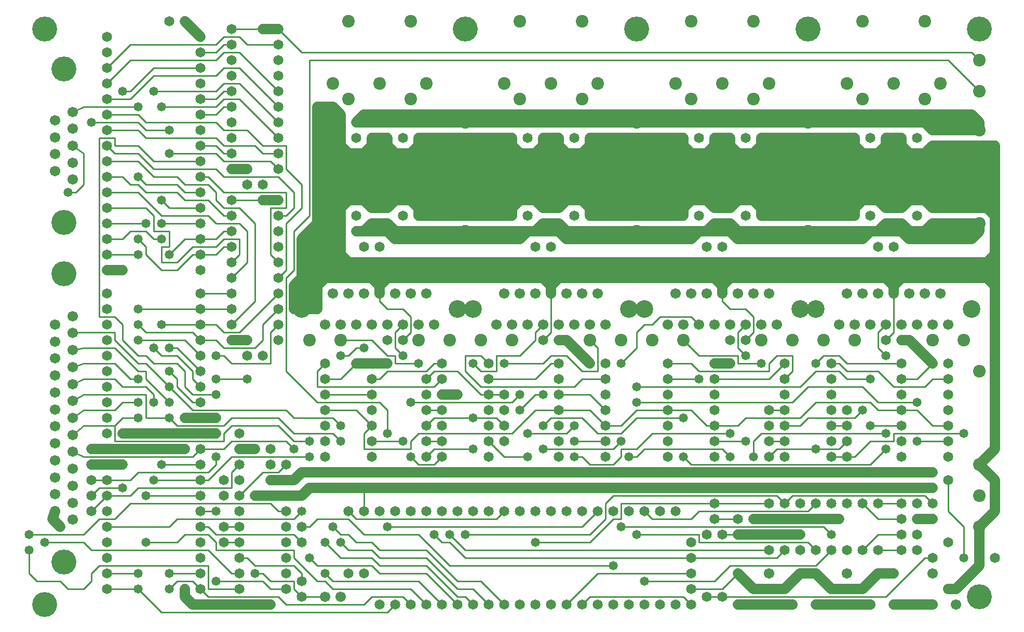
<source format=gbl>
%MOIN*%
%FSLAX25Y25*%
G04 D10 used for Character Trace; *
G04     Circle (OD=.01000) (No hole)*
G04 D11 used for Power Trace; *
G04     Circle (OD=.06500) (No hole)*
G04 D12 used for Signal Trace; *
G04     Circle (OD=.01100) (No hole)*
G04 D13 used for Via; *
G04     Circle (OD=.05800) (Round. Hole ID=.02800)*
G04 D14 used for Component hole; *
G04     Circle (OD=.06500) (Round. Hole ID=.03500)*
G04 D15 used for Component hole; *
G04     Circle (OD=.06700) (Round. Hole ID=.04300)*
G04 D16 used for Component hole; *
G04     Circle (OD=.08100) (Round. Hole ID=.05100)*
G04 D17 used for Component hole; *
G04     Circle (OD=.08900) (Round. Hole ID=.05900)*
G04 D18 used for Component hole; *
G04     Circle (OD=.11300) (Round. Hole ID=.08300)*
G04 D19 used for Component hole; *
G04     Circle (OD=.16000) (Round. Hole ID=.13000)*
G04 D20 used for Component hole; *
G04     Circle (OD=.18300) (Round. Hole ID=.15300)*
G04 D21 used for Component hole; *
G04     Circle (OD=.22291) (Round. Hole ID=.19291)*
%ADD10C,.01000*%
%ADD11C,.06500*%
%ADD12C,.01100*%
%ADD13C,.05800*%
%ADD14C,.06500*%
%ADD15C,.06700*%
%ADD16C,.08100*%
%ADD17C,.08900*%
%ADD18C,.11300*%
%ADD19C,.16000*%
%ADD20C,.18300*%
%ADD21C,.22291*%
%IPPOS*%
%LPD*%
G90*X0Y0D02*D19*X15000Y10000D03*D12*              
X30000Y20000D02*X25000Y25000D01*X30000Y20000D02*  
X40000D01*X45000Y25000D01*Y30000D01*              
X50000Y35000D01*X120000D01*Y20000D01*X140000D01*  
D14*D03*D13*X150000Y30000D03*D12*X155000D01*      
X160000Y25000D01*X175000D01*Y20000D01*            
X180000Y15000D01*D14*D03*D12*X195000D01*D15*D03*  
D12*X200000Y20000D02*X250000D01*X260000Y10000D01* 
D14*D03*X270000D03*D12*X255000Y25000D01*          
X200000D01*X195000Y30000D01*D13*D03*D12*          
X190000Y35000D02*X225000D01*X230000Y30000D01*     
X260000D01*X280000Y10000D01*D14*D03*D12*          
X290000D02*X285000Y15000D01*D14*X290000Y10000D03* 
D12*X280000Y15000D02*X285000D01*X280000D02*       
X260000Y35000D01*X230000D01*X225000Y40000D01*     
X205000D01*X195000Y50000D01*D13*D03*D12*          
X180000Y60000D02*X185000D01*D14*X180000D03*D12*   
X100000Y65000D02*X175000D01*X95000Y60000D02*      
X100000Y65000D01*X55000Y60000D02*X95000D01*D14*   
X55000D03*D12*X50000Y65000D02*X60000D01*          
X40000Y55000D02*X50000Y65000D01*X5000Y55000D02*   
X40000D01*D13*X5000D03*X15000Y50000D03*D12*       
X40000D01*X45000Y45000D01*X120000D01*             
X135000Y30000D01*X140000D01*D14*D03*D12*          
X150000Y35000D02*X145000Y40000D01*                
X150000Y35000D02*X175000D01*X180000Y30000D01*     
Y25000D01*D14*D03*D12*X190000Y35000D02*           
X185000Y40000D01*D13*D03*D12*X175000D02*Y45000D01*
X190000Y25000D02*X175000Y40000D01*                
X190000Y25000D02*X195000D01*X200000Y20000D01*D15* 
X205000Y15000D03*D14*X210000Y30000D03*D12*        
X170000Y10000D02*X220000D01*X170000D02*           
X165000Y15000D01*X120000D01*X115000Y20000D01*D14* 
D03*D12*X110000Y25000D01*X100000D01*              
X95000Y20000D01*D13*D03*D11*X110000Y10000D02*     
X105000Y15000D01*X110000Y10000D02*X160000D01*D13* 
D03*D14*X170000Y20000D03*D12*X160000D01*          
X155000Y25000D01*X125000D01*D13*D03*D14*          
X115000Y30000D03*D12*X95000D01*D13*D03*           
X105000Y20000D03*D11*Y15000D01*D12*X90000Y5000D02*
X235000D01*X240000Y10000D01*D14*D03*D12*          
X250000D02*X245000Y15000D01*D14*X250000Y10000D03* 
D12*X225000Y15000D02*X245000D01*X220000Y10000D02* 
X225000Y15000D01*D14*X230000Y10000D03*            
X220000Y30000D03*D12*X230000Y40000D02*X260000D01* 
X280000Y20000D01*X290000D01*X300000Y10000D01*D14* 
D03*X310000D03*D12*X295000Y25000D01*X280000D01*   
X260000Y45000D01*X230000D01*X225000Y50000D01*     
X215000D01*X210000Y55000D01*X205000D01*           
X200000Y60000D01*D13*D03*D14*X210000Y70000D03*D12*
X215000Y65000D01*X305000D01*X310000Y70000D01*D14* 
D03*X320000D03*X300000D03*X320000Y85000D03*D11*   
X290000D01*D13*D03*D11*X280000D01*D14*D03*D11*    
X220000D01*D12*Y70000D01*D14*D03*X230000D03*D12*  
X220000Y55000D02*X210000Y65000D01*                
X220000Y55000D02*X255000D01*X275000Y35000D01*     
X380000D01*D13*D03*D12*X350000Y10000D02*          
X370000Y30000D01*D14*X350000Y10000D03*X360000D03* 
D12*X365000Y15000D01*X425000D01*X430000Y10000D01* 
D14*D03*Y20000D03*D12*X450000D01*X460000Y30000D01*
D14*D03*D11*X470000Y20000D01*X490000D01*D15*D03*  
D11*X500000Y30000D01*X510000D01*D14*D03*D11*      
X520000Y20000D01*X540000D01*D15*D03*D11*          
X550000Y30000D01*X560000D01*D14*D03*              
X575000Y45000D03*X565000D03*D12*X550000D01*D14*   
D03*D12*X540000D02*X550000Y55000D01*D14*          
X540000Y45000D03*D12*X550000Y55000D02*X565000D01* 
D14*D03*X575000Y65000D03*D11*X585000D01*D14*D03*  
X575000Y75000D03*Y55000D03*X585000Y75000D03*D12*  
X580000Y80000D01*X495000D01*X490000Y75000D01*D14* 
D03*D12*X485000Y80000D01*X380000D01*              
X375000Y75000D01*Y65000D01*X365000Y55000D01*      
X285000D01*D13*D03*X275000D03*D12*                
X285000Y45000D01*X480000D01*D14*D03*D12*          
X430000Y40000D02*X485000D01*D14*X430000D03*D12*   
X285000D01*X275000Y50000D01*X270000D01*           
X265000Y55000D01*D13*D03*D14*X280000Y70000D03*    
X250000D03*X270000D03*X260000D03*X240000D03*      
X290000D03*D13*X235000Y60000D03*D12*X360000D01*   
X370000Y70000D01*D14*D03*D12*X365000Y50000D02*    
X380000Y65000D01*X330000Y50000D02*X365000D01*D13* 
X330000D03*D14*X350000Y70000D03*X340000D03*       
X330000D03*X360000D03*X365000Y85000D03*D11*       
X345000D01*D13*D03*D11*X320000D01*D14*Y95000D03*  
D11*X280000D01*D14*D03*D11*X215000D01*D14*D03*D11*
X180000D01*X175000Y90000D01*X170000D01*D14*D03*   
D11*X160000D01*D13*D03*D12*X155000Y95000D02*      
X165000D01*X140000Y80000D02*X155000Y95000D01*D14* 
X140000Y80000D03*D12*X75000Y85000D02*X135000D01*  
X70000Y80000D02*X75000Y85000D01*X55000Y80000D02*  
X70000D01*D14*X55000D03*D12*X45000Y70000D01*D14*  
D03*D15*X33100Y75400D03*D14*X55000Y70000D03*      
X45000Y80000D03*D12*X50000Y85000D01*X65000D01*D13*
D03*D12*X55000Y90000D02*X70000D01*D14*X55000D03*  
D12*X45000D01*D14*D03*X55000Y100000D03*D11*       
X45000D01*D14*D03*D12*X40000Y105000D02*X110000D01*
X115000Y110000D01*D14*D03*D12*X130000D01*         
X135000Y115000D01*X170000D01*X175000Y110000D01*   
D13*D03*D12*Y115000D02*X185000D01*D13*D03*D14*    
X195000Y105000D03*Y125000D03*D12*                 
X175000Y120000D02*X200000D01*X205000Y115000D01*   
D13*D03*Y125000D03*D12*X200000Y130000D01*         
X175000D01*X170000Y135000D01*X110000D01*          
X95000Y150000D01*D13*D03*D12*X80000Y165000D01*    
X75000D01*X60000Y180000D01*Y185000D01*X40000D01*  
X33100Y184600D01*D15*D03*Y195400D03*Y173700D03*   
D12*X40000Y175000D01*X60000D01*X75000Y160000D01*  
X80000D01*Y155000D01*X95000Y140000D01*D13*D03*    
X105000Y130000D03*D11*X115000D01*D14*D03*D11*     
X125000D01*D14*D03*D12*X100000Y125000D02*         
X130000D01*X100000D02*X95000Y130000D01*D13*D03*   
D12*X80000D01*Y145000D01*X40000D01*               
X33100Y140900D01*D15*D03*D12*Y130000D02*          
X40000Y135000D01*D15*X33100Y130000D03*D12*        
Y119100D02*X40000Y125000D01*D15*X33100Y119100D03* 
D12*X40000Y125000D02*X60000D01*Y115000D01*        
X130000D01*Y120000D01*X135000Y125000D01*          
X165000D01*X175000Y115000D01*Y120000D02*          
X165000Y130000D01*X135000D01*X130000Y125000D01*   
D14*X125000Y120000D03*D11*X115000D01*D14*D03*D11* 
X65000D01*D13*D03*D12*X60000Y125000D02*           
X65000Y130000D01*X75000D01*D13*D03*               
X85000Y140000D03*D12*Y145000D01*X80000Y150000D01* 
X65000D01*X60000Y155000D01*X40000D01*             
X33100Y151800D01*D15*D03*X21800Y135400D03*D12*    
X33100Y162800D02*X40000Y165000D01*D15*            
X33100Y162800D03*D12*X40000Y165000D02*X60000D01*  
X70000Y155000D01*X75000D01*D13*D03*D12*           
X85000Y165000D02*X100000D01*X105000Y160000D01*    
Y150000D01*X110000Y145000D01*X125000D01*D13*D03*  
D14*X115000Y150000D03*D12*X110000Y155000D01*      
Y160000D01*X100000Y170000D01*X90000D01*           
X85000Y175000D01*D13*D03*D12*Y165000D02*          
X80000Y170000D01*X75000D01*X65000Y180000D01*      
Y190000D01*X60000Y195000D01*X50000D01*Y310000D01* 
X60000D01*Y305000D01*X75000D01*X85000Y295000D01*  
X115000D01*D14*D03*D12*X130000Y300000D02*         
X125000Y305000D01*X130000Y300000D02*X135000D01*   
D14*D03*D12*X130000Y305000D02*X150000D01*         
X155000Y300000D01*X165000D01*D14*D03*D12*         
X170000Y290000D02*Y305000D01*X180000Y280000D02*   
X170000Y290000D01*X180000Y265000D02*Y280000D01*   
X170000Y255000D02*X180000Y265000D01*              
X170000Y225000D02*Y255000D01*X165000Y220000D02*   
X170000Y225000D01*D14*X165000Y220000D03*D12*      
X170000Y160000D02*Y220000D01*X190000Y140000D02*   
X170000Y160000D01*X190000Y140000D02*X230000D01*   
X235000Y135000D01*Y120000D01*D13*D03*             
X245000Y115000D03*D12*X225000D01*D14*D03*D12*     
X220000Y110000D02*Y120000D01*Y110000D02*          
X250000D01*Y115000D01*X255000Y120000D01*          
X315000D01*X330000Y135000D01*X345000D01*D14*D03*  
D12*X365000D01*X375000Y125000D01*D14*D03*D12*     
X385000D01*X395000Y135000D01*X415000D01*D14*D03*  
D12*X430000D01*X440000Y125000D01*X445000D01*D14*  
D03*D12*X460000D01*X465000Y130000D01*X500000D01*  
X510000Y140000D01*X545000D01*X550000Y135000D01*   
X565000D01*D14*D03*D12*X575000D01*                
X585000Y125000D01*X595000D01*D14*D03*D13*         
X605000Y120000D03*D12*X560000D01*Y115000D01*      
X545000D01*X535000Y105000D01*X530000D01*D14*D03*  
D12*X520000D01*D14*D03*D12*X510000Y110000D02*     
X525000D01*D13*X510000D03*D12*X485000D01*         
X480000Y105000D01*D14*D03*X490000Y115000D03*D12*  
X480000D01*D14*D03*D12*X470000D02*                
X475000Y120000D01*X470000Y105000D02*Y115000D01*   
D13*Y105000D03*Y95000D03*D11*X435000D01*D14*D03*  
D11*X365000D01*D14*D03*D11*X320000D01*D12*        
X310000Y105000D02*X325000D01*D13*D03*             
X335000Y110000D03*D12*X380000D01*                 
X385000Y115000D01*D13*D03*D12*X370000Y120000D02*  
X385000D01*X370000D02*X360000Y130000D01*          
X340000D01*X335000Y125000D01*D13*D03*D14*         
X345000Y115000D03*Y125000D03*D13*                 
X325000Y120000D03*D12*X350000D01*                 
X355000Y125000D01*D13*D03*Y115000D03*D12*         
X375000D01*D14*D03*D12*X380000Y100000D02*         
X385000Y105000D01*X365000Y100000D02*X380000D01*   
X365000D02*X360000Y105000D01*X355000D01*D13*D03*  
D14*X345000D03*X375000D03*D11*X365000Y85000D02*   
X405000D01*D13*D03*D11*X415000D01*D13*D03*D11*    
X435000D01*D14*D03*D11*X460000D01*D13*D03*D11*    
X500000D01*D14*D03*D11*X565000D01*D13*D03*D11*    
X585000D01*D14*D03*Y95000D03*D11*X500000D01*D14*  
D03*D11*X470000D01*D13*X455000Y105000D03*D12*     
X450000Y110000D01*X400000D01*X395000Y105000D01*   
X390000D01*D13*D03*D12*X385000Y110000D02*         
X395000D01*X385000Y105000D02*Y110000D01*          
X395000D02*X405000Y120000D01*X455000D01*D13*D03*  
X465000Y115000D03*D12*X445000D01*D14*D03*         
Y105000D03*D12*X430000Y100000D02*X545000D01*      
X555000Y110000D01*D13*D03*D14*X565000Y105000D03*  
D13*X555000Y120000D03*D12*X475000D01*D14*         
X480000Y125000D03*X490000Y105000D03*Y135000D03*   
D12*X480000D01*D14*D03*X490000Y125000D03*D12*     
X500000D01*X505000Y130000D01*X535000D01*          
X540000Y135000D01*D13*D03*D14*X530000Y125000D03*  
D12*X520000D01*D14*D03*X530000Y115000D03*D12*     
X525000Y110000D01*D14*X520000Y115000D03*D13*      
X545000Y125000D03*D12*X565000D01*D14*D03*D13*     
X575000Y115000D03*D12*X595000D01*D14*D03*         
Y105000D03*D16*X615000Y100000D03*D11*             
X625000Y90000D01*Y70000D01*X615000Y60000D01*D16*  
D03*D11*Y40000D01*D14*D03*D11*Y35000D01*          
X600000Y20000D01*X595000D01*D15*D03*              
X585000Y30000D03*Y10000D03*D11*X575000D01*D15*D03*
D11*X560000D01*D14*D03*D12*X450000Y15000D02*      
X555000D01*D14*X450000D03*D12*X440000D01*D14*D03* 
D12*X400000Y25000D02*X445000D01*D13*X400000D03*   
D14*X390000Y10000D03*X400000D03*X410000D03*       
X420000D03*X380000D03*D12*X370000Y30000D02*       
X430000D01*D14*D03*D12*X445000Y25000D02*          
X455000Y35000D01*X510000D01*X520000Y45000D01*D14* 
D03*X530000D03*D13*X520000Y55000D03*D12*          
X515000Y60000D01*X385000D01*D13*D03*D12*          
X380000Y65000D02*X385000D01*Y75000D01*X445000D01* 
D14*D03*D12*X480000D01*D14*D03*X470000Y65000D03*  
D11*X525000D01*D13*D03*D14*X530000Y75000D03*      
X520000D03*X510000D03*D12*X505000Y70000D01*       
X435000D01*X430000Y65000D01*X405000D01*           
X400000Y70000D01*D14*D03*X410000D03*X390000D03*   
D13*X395000Y55000D03*D12*X435000D01*Y50000D01*    
X505000D01*X510000Y45000D01*D14*D03*D13*          
X500000Y55000D03*D11*X460000D01*D13*D03*D12*      
X450000D01*D14*D03*X460000Y65000D03*D12*          
X445000D01*D14*D03*X440000Y55000D03*              
X430000Y50000D03*X420000Y70000D03*D15*            
X480000Y30000D03*D12*X430000Y100000D02*           
X425000Y105000D01*D13*D03*D14*X415000Y115000D03*  
Y105000D03*Y125000D03*D13*X425000Y130000D03*D12*  
X395000D01*X385000Y120000D01*D14*                 
X375000Y135000D03*D12*X365000Y145000D01*          
X345000D01*D14*D03*Y155000D03*D13*                
X335000Y145000D03*D12*X330000D01*                 
X320000Y135000D01*D13*D03*D12*X250000Y140000D02*  
X315000D01*D13*X250000D03*D14*X260000Y135000D03*  
D12*X270000D01*D14*D03*D12*X260000Y125000D02*     
X265000Y130000D01*D14*X260000Y125000D03*D12*      
X265000Y130000D02*X290000D01*D13*D03*D12*         
X305000D01*X310000Y125000D01*D14*D03*             
X300000Y135000D03*Y115000D03*D12*                 
X310000Y105000D01*D14*Y115000D03*                 
X300000Y105000D03*D13*X290000Y110000D03*D12*      
X265000D01*X260000Y105000D01*D14*D03*D12*         
X255000Y100000D02*X265000D01*X255000D02*          
X250000Y105000D01*D13*D03*D14*X260000Y115000D03*  
D12*X270000D01*D14*D03*Y125000D03*Y105000D03*D12* 
X265000Y100000D01*D14*X300000Y125000D03*          
X225000Y135000D03*Y125000D03*D12*                 
X220000Y120000D01*X225000Y125000D02*              
X215000Y135000D01*X195000D01*D14*D03*Y145000D03*  
D12*X225000D01*D14*D03*D12*Y155000D02*X230000D01* 
D14*X225000D03*D12*X230000D02*X235000Y160000D01*  
X260000D01*X265000Y165000D01*X270000D01*D14*D03*  
D12*X260000Y155000D02*X265000Y160000D01*D14*      
X260000Y155000D03*D12*X190000Y150000D02*          
X265000D01*X190000D02*Y160000D01*                 
X195000Y165000D01*D14*D03*D12*Y155000D02*         
X205000D01*D14*X195000D03*D12*X205000D02*         
X215000Y165000D01*D13*D03*D11*X225000D01*D14*D03* 
D11*X235000D01*D13*D03*D12*X240000D02*Y170000D01* 
Y165000D02*X255000D01*D13*D03*D12*                
X265000Y160000D02*X280000D01*X295000Y145000D01*   
X300000D01*D14*D03*D12*X310000D01*D14*D03*D12*    
X315000Y140000D02*X320000Y145000D01*D13*D03*D12*  
X300000Y155000D02*X330000D01*D14*X300000D03*D12*  
X295000Y160000D02*X305000D01*X295000D02*          
X290000Y165000D01*D13*D03*D12*X300000D02*         
X295000Y170000D01*D14*X300000Y165000D03*D12*      
X305000Y160000D02*Y170000D01*X320000D01*          
X330000Y180000D01*Y185000D01*X335000Y190000D01*   
D15*D03*D12*Y180000D02*X340000Y185000D01*D14*     
X335000Y180000D03*D12*X340000Y185000D02*          
Y210000D01*D15*D03*D11*Y215000D01*                
X345000Y220000D01*X335000D01*X340000Y215000D01*   
X345000Y220000D02*X390000D01*D13*D03*D11*         
X400000D01*D13*D03*D11*X445000D01*                
X450000Y215000D01*Y210000D01*D15*D03*D12*         
Y205000D01*X455000Y200000D01*X465000D01*          
X470000Y195000D01*Y185000D01*X465000Y180000D01*   
D14*D03*D12*X460000Y175000D02*Y185000D01*         
X465000Y170000D02*X460000Y175000D01*D13*          
X465000Y170000D03*D12*X460000Y165000D02*          
X475000D01*D13*D03*D12*X435000Y160000D02*         
X480000D01*X435000D02*X430000Y165000D01*          
X415000D01*D14*D03*Y155000D03*D12*X435000D01*D13* 
D03*D14*X445000Y145000D03*Y165000D03*D11*         
X455000D01*D13*D03*D12*X460000D02*Y170000D01*     
X435000D01*X425000Y180000D01*D16*D03*D15*         
X435000Y190000D03*D12*X430000Y195000D01*          
X410000D01*X405000Y190000D01*X400000D01*          
X395000Y185000D01*Y175000D01*X385000Y165000D01*   
D13*D03*D14*X375000Y155000D03*D12*X360000D01*     
X355000Y150000D01*X295000D01*X285000Y160000D01*   
Y170000D01*X295000D01*D16*Y180000D03*D13*         
X310000Y165000D03*D12*X335000D01*                 
X340000Y170000D01*X350000D01*X360000Y160000D01*   
X370000D01*Y175000D01*X365000Y180000D01*D16*D03*  
D15*X375000Y190000D03*X355000D03*X365000D03*D11*  
Y165000D02*X350000Y180000D01*D13*                 
X365000Y165000D03*D14*X375000D03*D11*             
X345000Y180000D02*X350000D01*D14*X345000D03*D15*  
Y190000D03*D12*X330000Y155000D02*                 
X340000Y165000D01*X345000D01*D14*D03*D15*         
X325000Y190000D03*X315000D03*D14*                 
X375000Y145000D03*D16*X315000Y180000D03*D14*      
X310000Y135000D03*D15*X305000Y190000D03*D16*      
X385000Y180000D03*D15*X370000Y210000D03*          
X360000D03*X350000D03*X330000D03*X320000D03*D18*  
X390000Y200000D03*D15*X310000Y210000D03*D13*      
X395000Y140000D03*D12*X495000D01*                 
X505000Y150000D01*X540000D01*X550000Y140000D01*   
X575000D01*D13*D03*D12*X560000Y150000D02*         
X580000D01*X560000D02*X550000Y160000D01*          
X530000D01*X525000Y165000D01*X520000D01*D14*D03*  
D12*X530000Y155000D02*X525000Y160000D01*          
X530000Y155000D02*X545000D01*D13*D03*             
X555000Y170000D03*D12*X550000Y175000D01*          
Y185000D01*X555000Y190000D01*D15*D03*D12*         
Y180000D02*X560000Y185000D01*D14*                 
X555000Y180000D03*D12*X560000Y185000D02*          
Y210000D01*D15*D03*D11*Y215000D01*                
X565000Y220000D01*X555000D01*X560000Y215000D01*   
X565000Y220000D02*X620000D01*X625000Y215000D01*   
Y110000D01*X615000Y100000D01*D16*Y80000D03*D14*   
X595000Y90000D03*D12*Y70000D01*X605000Y60000D01*  
Y40000D01*D13*D03*D14*X595000Y50000D03*           
X625000Y40000D03*X585000D03*D12*X580000D01*       
X555000Y15000D01*D15*X545000Y10000D03*D11*        
X530000D01*D15*D03*D11*X510000D01*D14*D03*D15*    
X495000D03*D11*X480000D01*D15*D03*D11*X460000D01* 
D14*D03*D12*X485000Y40000D02*X490000Y45000D01*D14*
D03*X500000D03*Y75000D03*D15*X530000Y30000D03*D14*
X540000Y75000D03*D12*X550000Y65000D01*X565000D01* 
D14*D03*Y75000D03*D12*X550000D01*D14*D03*         
X565000Y115000D03*X595000Y135000D03*X530000D03*   
X520000D03*D19*X615000Y15000D03*D15*              
X600000Y10000D03*D14*X595000Y145000D03*X565000D03*
X520000D03*X490000D03*D12*X580000Y150000D02*      
X585000Y155000D01*X595000D01*D14*D03*D13*         
X585000Y165000D03*D12*X575000Y155000D01*          
X565000D01*D14*D03*Y165000D03*D12*X530000D01*     
X525000Y170000D01*X515000D01*X510000Y165000D01*   
D13*D03*D12*X500000Y150000D02*X510000Y160000D01*  
X395000Y150000D02*X500000D01*D13*X395000D03*D14*  
X415000Y145000D03*D16*X405000Y180000D03*D15*      
X425000Y190000D03*X415000D03*D14*                 
X445000Y135000D03*D18*X400000Y200000D03*D14*      
X445000Y155000D03*D12*X480000D01*                 
X490000Y165000D01*D14*D03*D12*Y155000D02*         
X495000Y160000D01*D14*X490000Y155000D03*D12*      
X495000Y160000D02*Y170000D01*X485000D01*          
X480000Y165000D01*Y160000D01*D16*                 
X495000Y180000D03*X475000D03*D14*X455000D03*D12*  
X460000Y185000D02*X465000Y190000D01*D15*D03*      
X475000D03*X455000D03*X480000Y210000D03*          
X470000D03*X485000Y190000D03*X445000D03*          
X460000Y210000D03*X440000D03*D11*                 
X450000Y215000D02*X455000Y220000D01*X445000D01*   
X455000D02*X500000D01*D13*D03*D11*X510000D01*D13* 
D03*D11*X555000D01*D15*X550000Y210000D03*         
X570000D03*X540000D03*D14*X560000Y240000D03*      
X550000D03*D11*X570000Y245000D02*X610000D01*      
X615000Y250000D01*X580000D01*X575000D01*D14*D03*  
D11*X570000D01*X565000D01*X570000Y245000D01*      
X550000Y250000D02*X565000D01*X545000D02*          
X550000D01*D14*X545000D03*D11*X540000Y245000D01*  
X460000D01*X455000Y250000D01*X440000D01*          
X435000D01*D14*D03*D11*X430000Y245000D01*         
X350000D01*X345000Y250000D01*X330000D01*          
X325000D01*D14*D03*D11*X320000Y245000D01*         
X240000D01*X235000Y250000D01*X220000D01*          
X215000D01*D14*D03*D11*X220000D02*                
X225000Y255000D01*X235000D01*X240000Y250000D01*   
X235000D01*X240000D02*X245000D01*D14*D03*D11*     
X285000D01*D16*D03*D11*X325000D01*X330000D02*     
X335000Y255000D01*X345000D01*X350000Y250000D01*   
X345000D01*X350000D02*X355000D01*D14*D03*D11*     
X395000D01*D16*D03*D11*X435000D01*X440000D02*     
X445000Y255000D01*X455000D01*X460000Y250000D01*   
X455000D01*X460000D02*X465000D01*D14*D03*D11*     
X505000D01*D16*D03*D11*X545000D01*X550000D02*     
X555000Y255000D01*X565000D01*X570000Y250000D01*   
D14*X575000Y260000D03*D11*X580000Y250000D02*      
X585000Y255000D01*X615000D01*D16*D03*D11*         
Y250000D01*X625000Y235000D02*Y260000D01*          
X620000Y230000D02*X625000Y235000D01*              
X510000Y230000D02*X620000D01*D13*X510000D03*D11*  
X500000D01*D13*D03*D11*X400000D01*D13*D03*D11*    
X390000D01*D13*D03*D11*X290000D01*D13*D03*D11*    
X280000D01*D13*D03*D11*X210000D01*X205000D01*     
Y225000D01*Y220000D01*X200000D01*X195000D01*      
X190000Y215000D01*Y200000D01*X185000D01*          
X180000D01*D18*D03*D11*X175000D01*Y215000D01*     
X180000Y220000D01*Y200000D01*X185000D02*          
Y250000D01*X180000Y245000D01*Y220000D01*D12*      
X170000D02*X175000Y225000D01*Y250000D01*          
X185000Y260000D01*Y360000D01*X595000D01*          
X615000Y340000D01*D16*D03*D11*Y320000D02*         
X610000Y325000D01*X615000Y315000D02*Y320000D01*   
D16*Y315000D03*D11*X585000D01*X580000Y320000D01*  
X575000D01*D14*D03*D11*X545000D01*D14*D03*D11*    
X505000D01*D16*D03*D11*X465000D01*D14*D03*D11*    
X435000D01*D14*D03*D11*X395000D01*D16*D03*D11*    
X355000D01*D14*D03*D11*X325000D01*D14*D03*D11*    
X285000D01*D16*D03*D11*X245000D01*D14*D03*D11*    
X215000D01*D14*D03*D11*X220000Y325000D01*         
X610000D01*X580000Y320000D02*X615000D01*D14*      
X575000Y310000D03*D11*X570000Y300000D02*          
X565000Y305000D01*X550000Y300000D02*X570000D01*   
X545000D02*X550000D01*D14*X545000D03*D11*         
Y295000D01*Y290000D01*D14*D03*D11*Y285000D01*     
Y280000D01*D14*D03*D11*Y275000D01*Y270000D01*D14* 
D03*D11*X540000D01*X535000Y265000D01*Y260000D01*  
X475000D01*Y265000D01*X535000D01*                 
X505000Y270000D02*X540000D01*D16*X505000D03*D11*  
X470000D01*X475000Y265000D01*X465000Y270000D02*   
X470000D01*D14*X465000D03*D11*X460000D01*         
X455000Y265000D01*X445000D01*X440000Y270000D01*   
X435000D01*D14*D03*D11*X430000D01*                
X425000Y265000D01*Y260000D01*X365000D01*          
Y265000D01*X425000D01*X395000Y270000D02*          
X430000D01*D16*X395000D03*D11*X360000D01*         
X365000Y265000D01*X355000Y270000D02*X360000D01*   
D14*X355000D03*D11*X350000D01*X345000Y265000D01*  
X335000D01*X330000Y270000D01*X325000D01*D14*D03*  
D11*X320000D01*X315000Y265000D01*Y260000D01*      
X255000D01*Y265000D01*X315000D01*                 
X285000Y270000D02*X320000D01*D16*X285000D03*D11*  
X250000D01*X255000Y265000D01*X245000Y270000D02*   
X250000D01*D14*X245000D03*D11*X240000D01*         
X235000Y265000D01*X225000D01*X220000Y270000D01*   
X215000D01*D14*D03*D11*X210000D01*                
X205000Y265000D01*Y235000D01*Y230000D01*          
X210000D02*X205000Y235000D01*X200000Y240000D01*   
Y220000D01*X205000Y225000D02*X625000D01*          
Y220000D01*Y215000D01*X620000Y220000D02*          
X625000D01*Y225000D02*Y230000D01*X620000D01*      
X625000D02*Y235000D01*D18*X610000Y200000D03*D11*  
X625000Y260000D02*Y265000D01*X620000D01*          
X625000Y260000D01*X585000Y265000D02*X620000D01*   
X585000D02*X580000Y270000D01*X575000D01*D14*D03*  
D11*X570000D01*X565000Y265000D01*X555000D01*      
X550000Y270000D01*X545000D01*X550000D02*          
X570000D01*D14*X575000Y280000D03*D11*X545000D01*  
X465000D01*D14*D03*D11*Y275000D01*Y270000D01*     
X435000Y275000D02*X465000D01*X435000Y270000D02*   
Y275000D01*X440000Y270000D02*X460000D01*          
X465000Y275000D02*X545000D01*X615000D01*D16*D03*  
D11*X625000D01*Y270000D01*Y265000D01*             
X605000Y270000D02*X625000D01*D13*X605000D03*D11*  
X580000D01*X575000Y280000D02*X625000D01*          
Y275000D01*Y280000D02*Y285000D01*X545000D01*      
X465000D01*Y280000D01*X435000D01*D14*D03*D11*     
Y275000D01*X325000D01*Y270000D01*X330000D02*      
X350000D01*D14*X355000Y280000D03*D11*X325000D01*  
D14*D03*D11*Y275000D01*X245000D01*Y270000D01*     
X215000Y275000D02*X245000D01*X215000Y270000D02*   
Y275000D01*X220000Y270000D02*X240000D01*          
X245000Y275000D02*Y280000D01*D14*D03*D11*         
X215000D01*D14*D03*D11*Y275000D01*                
X210000Y270000D02*Y300000D01*X215000D01*D14*D03*  
D11*Y295000D01*Y290000D01*D14*D03*D11*Y285000D01* 
Y280000D01*Y285000D02*X245000D01*Y280000D01*      
X325000D01*Y285000D01*X245000D01*Y290000D01*D14*  
D03*D11*X215000D01*Y295000D02*X235000D01*D13*D03* 
D11*X245000D01*Y290000D01*X325000D01*D14*D03*D11* 
Y285000D01*X435000D01*Y280000D01*X355000D01*D14*  
Y290000D03*D11*X325000D01*Y295000D01*X245000D01*  
Y300000D01*D14*D03*D11*X240000D01*X220000D01*     
X215000D01*X220000D02*X225000Y305000D01*          
X235000D01*X240000Y300000D01*X235000Y305000D02*   
Y310000D01*X225000D01*Y305000D01*D14*             
X215000Y310000D03*D11*X210000Y300000D02*          
X205000Y305000D01*Y265000D01*D14*                 
X215000Y260000D03*D11*X190000Y220000D02*          
Y255000D01*Y215000D02*Y220000D01*X195000D01*      
Y330000D01*X190000D01*Y255000D01*                 
X185000Y250000D01*D12*X160000Y265000D02*          
X170000D01*X160000Y235000D02*Y265000D01*          
X165000Y230000D02*X160000Y235000D01*D14*          
X165000Y230000D03*Y240000D03*D12*                 
X145000Y230000D02*Y250000D01*X135000Y220000D02*   
X145000Y230000D01*D14*X135000Y220000D03*          
Y230000D03*D12*X140000Y235000D01*Y245000D01*      
X130000D01*X125000Y240000D01*X110000D01*          
X100000Y230000D01*X90000D01*Y240000D01*X95000D01* 
Y250000D01*X85000D01*Y260000D01*X80000Y265000D01* 
X55000D01*D14*D03*Y275000D03*D12*X75000D01*       
X90000Y260000D01*X120000D01*X125000Y255000D01*    
X140000D01*X145000Y250000D01*X150000Y205000D02*   
Y255000D01*X135000Y190000D02*X150000Y205000D01*   
D14*X135000Y190000D03*D12*X130000Y185000D02*      
X140000D01*X130000D02*X125000Y190000D01*          
X115000D01*D14*D03*D12*X90000D01*D13*D03*D12*     
X80000Y185000D02*X110000D01*X115000Y180000D01*D14*
D03*D12*X125000D01*X130000Y175000D01*X150000D01*  
X155000Y180000D01*Y190000D01*X165000Y200000D01*   
D14*D03*Y210000D03*D12*X140000Y185000D01*D13*     
X145000Y180000D03*D11*X135000D01*D14*D03*         
X145000Y170000D03*D13*X125000D03*D12*X130000D01*  
X135000Y165000D01*X160000D01*Y185000D01*          
X165000Y190000D01*D14*D03*Y180000D03*D16*         
X185000D03*D14*X155000Y170000D03*                 
X135000Y210000D03*D12*X115000D01*D14*D03*         
Y200000D03*D12*X75000D01*D13*D03*Y190000D03*D12*  
X80000Y185000D01*D13*X75000Y180000D03*D12*        
X105000D01*X115000Y170000D01*D14*D03*Y160000D03*  
D12*X100000Y175000D01*X95000D01*D13*D03*          
Y160000D03*D12*X100000Y155000D01*Y150000D01*      
X110000Y140000D01*X115000D01*D14*D03*D13*         
X125000Y155000D03*D12*X145000D01*D13*D03*D14*     
X140000Y120000D03*D13*X105000Y110000D03*D11*      
X55000D01*D14*D03*D11*X45000D01*D14*D03*D12*      
X40000Y105000D02*X33100Y108200D01*D15*D03*        
X21800Y124600D03*Y113700D03*X33100Y97200D03*      
X21800Y102800D03*D14*X55000Y130000D03*D15*        
X21800Y91800D03*D11*X55000Y100000D02*X65000D01*   
D13*D03*D12*X70000Y90000D02*X75000Y95000D01*      
X120000D01*X125000Y100000D01*Y105000D01*D13*D03*  
D12*X135000Y85000D02*Y95000D01*D14*               
X140000Y90000D03*X130000D03*Y80000D03*D12*        
X135000Y95000D02*X140000Y100000D01*D14*D03*D12*   
X120000Y90000D02*X135000Y105000D01*               
X115000Y90000D02*X120000D01*D14*X115000D03*D12*   
X85000D01*D13*D03*X90000Y100000D03*D12*X115000D01*
D14*D03*Y80000D03*D12*X80000D01*D13*D03*D12*      
X60000Y65000D02*X70000Y75000D01*X160000D01*       
X165000Y70000D01*X170000D01*D14*D03*D12*          
X175000Y65000D02*X180000Y70000D01*D13*D03*D14*    
X170000Y80000D03*D11*X150000D01*D13*D03*D14*      
X140000Y70000D03*D12*X165000Y95000D02*            
X170000Y100000D01*D14*D03*X160000Y110000D03*      
Y100000D03*D11*X180000Y80000D02*X185000Y85000D01* 
X170000Y80000D02*X180000D01*X185000Y85000D02*     
X195000D01*D13*D03*D11*X215000D01*D14*D03*D11*    
X220000D01*D12*X190000Y65000D02*X210000D01*       
X185000Y60000D02*X190000Y65000D01*D14*            
X180000Y50000D03*D12*X175000Y55000D01*X125000D01* 
X120000Y60000D01*X115000D01*D14*D03*D12*          
X125000Y50000D02*X120000Y55000D01*                
X125000Y45000D02*Y50000D01*Y45000D02*X175000D01*  
D14*X170000Y50000D03*Y40000D03*Y30000D03*         
Y60000D03*D13*X205000Y50000D03*D12*               
X210000Y45000D01*X225000D01*X230000Y40000D01*D14* 
X225000Y105000D03*D13*X185000D03*D12*X135000D01*  
D14*X140000Y110000D03*D11*X145000D01*D12*         
X140000D01*D11*X145000D02*X150000D01*D14*D03*D12* 
X145000D01*D14*X115000Y70000D03*D12*X125000D01*   
D13*D03*D14*X130000Y60000D03*D12*X140000D01*D14*  
D03*X130000Y50000D03*D12*X140000D01*D14*D03*      
Y40000D03*D12*X145000D01*X105000Y55000D02*        
X120000D01*X100000Y50000D02*X105000Y55000D01*     
X80000Y50000D02*X100000D01*D13*X80000D03*         
X75000Y30000D03*D12*X55000D01*D14*D03*Y40000D03*  
Y20000D03*D12*X75000D01*D13*D03*D12*              
X90000Y5000D01*D14*X115000Y40000D03*Y50000D03*    
X55000D03*D15*X33100Y64600D03*D13*X25000Y60000D03*
D11*X20000Y65000D01*X21800Y70000D01*D15*D03*      
Y80900D03*X33100Y86300D03*D13*X5000Y45000D03*D12* 
Y30000D01*X10000Y25000D01*X25000D01*D19*          
X27400Y37400D03*D14*X55000Y120000D03*D12*         
X40000Y135000D02*X60000D01*D14*X55000Y150000D03*  
Y140000D03*D15*X21800Y157200D03*Y146300D03*D12*   
X60000Y135000D02*X65000Y140000D01*X75000D01*D13*  
D03*D14*X55000Y160000D03*Y170000D03*Y180000D03*   
Y190000D03*D15*X21800D03*Y179100D03*Y168200D03*   
D14*X135000Y200000D03*D12*X115000D01*             
X90000Y225000D02*X100000D01*X110000Y235000D01*    
X115000D01*D14*D03*D12*X125000D01*                
X130000Y240000D01*X135000D01*D14*D03*D12*         
X115000Y245000D02*X125000D01*D14*X115000D03*D12*  
X105000D01*X95000Y235000D01*D13*D03*D12*          
X85000Y245000D02*X90000D01*D13*D03*D12*X85000D02* 
X80000Y250000D01*X70000D01*X65000Y245000D01*      
X55000D01*D14*D03*Y255000D03*D12*X80000D01*D13*   
D03*X75000Y245000D03*D12*X80000Y240000D01*        
Y235000D01*X90000Y225000D01*D13*X75000Y235000D03* 
D12*X55000D01*D14*D03*D13*X65000Y225000D03*D11*   
X55000D01*D14*D03*Y210000D03*Y200000D03*D19*      
X27400Y255800D03*Y222600D03*D13*X90000Y255000D03* 
D12*X115000D01*D14*D03*D12*X125000Y245000D02*     
X130000Y250000D01*X135000D01*D14*D03*Y260000D03*  
D12*X130000D01*X120000Y270000D01*X105000D01*      
X100000Y275000D01*X80000D01*X75000Y280000D01*     
X70000D01*X65000Y285000D01*X55000D01*D14*D03*     
Y295000D03*D12*X75000D01*X85000Y285000D01*        
X100000D01*X105000Y280000D01*X120000D01*          
X125000Y275000D01*Y270000D01*X130000Y265000D01*   
X140000D01*X150000Y255000D01*D14*                 
X165000Y270000D03*D11*X155000D01*D13*D03*D12*     
X135000D01*D14*D03*D12*X130000Y275000D02*         
X170000D01*Y265000D01*D14*X165000Y260000D03*D12*  
X170000D01*X175000Y265000D01*Y275000D01*          
X165000Y285000D01*X130000D01*X125000Y290000D01*   
X85000D01*X75000Y300000D01*X60000D01*             
X55000Y305000D01*D14*D03*Y315000D03*D12*X75000D01*
X80000Y310000D01*X125000D01*X130000Y305000D01*D14*
X135000Y310000D03*D12*X130000Y295000D02*          
X125000Y300000D01*X130000Y295000D02*X160000D01*   
X165000Y290000D01*D14*D03*X155000Y280000D03*D12*  
Y305000D02*X170000D01*X155000D02*                 
X145000Y315000D01*X130000D01*X125000Y320000D01*   
X80000D01*X75000Y325000D01*X55000D01*D14*D03*     
Y335000D03*D12*X70000D01*X85000Y350000D01*        
X125000D01*X130000Y355000D01*X140000D01*          
X165000Y330000D01*D14*D03*Y340000D03*D12*         
X140000Y365000D01*X130000D01*X125000Y360000D01*   
X70000D01*X55000Y345000D01*D14*D03*D13*           
X65000Y340000D03*D12*X70000D01*X85000Y355000D01*  
X115000D01*D14*D03*D12*Y365000D02*X125000D01*D14* 
X115000D03*D12*X125000D02*X130000Y370000D01*      
X135000D01*D14*D03*D12*X145000D02*                
X140000Y375000D01*X145000Y370000D02*X165000D01*   
D14*D03*D13*X155000Y380000D03*D12*X135000D01*D14* 
D03*D12*X130000Y375000D02*X140000D01*             
X125000Y370000D02*X130000Y375000D01*              
X70000Y370000D02*X125000D01*X55000Y355000D02*     
X70000Y370000D01*D14*X55000Y355000D03*Y365000D03* 
Y375000D03*D12*X33100Y326800D02*X40000Y330000D01* 
D15*X33100Y326800D03*D12*X40000Y330000D02*        
X75000D01*D13*D03*X85000Y340000D03*D12*X125000D01*
X130000Y345000D01*X140000D01*X165000Y320000D01*   
D14*D03*Y310000D03*D12*X140000Y335000D01*         
X130000D01*X125000Y330000D01*X90000D01*D13*D03*   
D12*X80000Y315000D02*X95000D01*D13*D03*D12*       
X80000D02*X75000Y320000D01*X45000D01*D13*D03*D15* 
X33100Y315900D03*Y305000D03*D12*X40000Y300000D01* 
Y280000D01*X35000Y275000D01*X30000D01*D13*D03*D15*
X33100Y283200D03*X21800Y288700D03*                
X33100Y294100D03*X21800Y299600D03*Y310400D03*D13* 
X75000Y285000D03*D12*X80000Y280000D01*X100000D01* 
X105000Y275000D01*X115000D01*D14*D03*D12*         
X130000D02*X120000Y285000D01*X115000D01*D14*D03*  
D12*X95000Y300000D02*X125000D01*D13*X95000D03*D14*
X115000Y305000D03*D12*X125000D01*D14*             
X115000Y315000D03*X135000Y320000D03*Y290000D03*   
D11*X145000D01*D13*D03*D14*Y280000D03*            
X115000Y265000D03*D12*X95000D01*X90000Y270000D01* 
D13*D03*D14*X115000Y225000D03*D12*Y325000D02*     
X125000D01*D14*X115000D03*D12*Y335000D02*         
X125000D01*D14*X115000D03*D12*X125000Y325000D02*  
X130000Y330000D01*X135000D01*D14*D03*D12*         
X125000Y335000D02*X130000Y340000D01*X135000D01*   
D14*D03*Y350000D03*X115000Y345000D03*             
X135000Y360000D03*X165000Y350000D03*Y360000D03*   
X115000Y375000D03*D11*X105000Y385000D01*D14*D03*  
X95000D03*D11*X155000Y380000D02*X165000D01*D14*   
D03*D12*X180000Y365000D01*X610000D01*             
X615000Y360000D01*D16*D03*D19*Y380000D03*D16*     
X590000Y345000D03*X580000Y385000D03*Y335000D03*   
D11*X565000Y305000D02*Y310000D01*                 
X555000Y305000D02*X565000D01*X550000Y300000D02*   
X555000Y305000D01*Y310000D01*X565000D01*D14*      
X575000Y300000D03*D11*X570000D01*D13*             
X565000Y295000D03*D11*X545000D01*X465000D01*      
Y290000D01*D14*D03*D11*Y285000D01*X435000D01*     
Y290000D01*D14*D03*D11*X355000D01*Y300000D02*     
X360000D01*D14*X355000D03*D11*X350000D01*         
X330000D01*X325000D01*D14*D03*D11*Y295000D01*     
X345000D01*D13*D03*D11*X435000D01*Y290000D01*     
X465000D01*X545000D01*X575000D01*D14*D03*D11*     
X625000D01*Y285000D01*Y290000D02*Y295000D01*      
X615000D01*D16*D03*D11*X565000D01*                
X575000Y300000D02*X580000D01*X625000D01*          
Y295000D01*Y300000D02*Y305000D01*X585000D01*      
X580000Y300000D01*D14*X545000Y310000D03*D11*      
X540000Y300000D02*X545000D01*X505000D02*          
X540000D01*D16*X505000D03*D11*X470000D01*         
X465000D01*D14*D03*D11*Y295000D01*X455000D01*D13* 
D03*D11*X435000D01*Y300000D01*D14*D03*D11*        
X430000D01*X395000D01*D16*D03*D11*X360000D01*     
X365000Y305000D01*X425000D01*X430000Y300000D01*   
X425000Y305000D02*Y310000D01*X365000D01*          
Y305000D01*D14*X355000Y310000D03*D11*             
X350000Y300000D02*X345000Y305000D01*X335000D01*   
X330000Y300000D01*X335000Y305000D02*Y310000D01*   
X345000D01*Y305000D01*D14*X325000Y310000D03*D11*  
X320000Y300000D02*X325000D01*X285000D02*          
X320000D01*D16*X285000D03*D11*X250000D01*         
X245000D01*X250000D02*X255000Y305000D01*          
X315000D01*X320000Y300000D01*X315000Y305000D02*   
Y310000D01*X255000D01*Y305000D01*D14*             
X245000Y310000D03*D16*X250000Y335000D03*          
X260000Y345000D03*X230000D03*X210000Y335000D03*   
D14*X245000Y260000D03*D11*X205000Y305000D02*      
Y325000D01*X200000Y330000D01*Y240000D01*D14*      
X220000D03*D11*X205000Y220000D02*X225000D01*      
X230000Y215000D01*Y210000D01*D15*D03*D12*         
Y205000D01*X235000Y200000D01*X245000D01*          
X250000Y195000D01*Y185000D01*X245000Y180000D01*   
D14*D03*D12*X240000Y175000D02*Y185000D01*         
X245000Y170000D02*X240000Y175000D01*D13*          
X245000Y170000D03*D12*X235000D02*X240000D01*      
X235000D02*X225000Y180000D01*X205000D01*D16*D03*  
D15*X215000Y190000D03*X195000D03*D12*             
X210000Y170000D02*X215000Y175000D01*              
X205000Y170000D02*X210000D01*D13*X205000D03*D12*  
X215000Y175000D02*X220000D01*D13*D03*D15*         
X235000Y190000D03*X205000D03*X225000D03*D14*      
X235000Y180000D03*D12*X240000Y185000D02*          
X245000Y190000D01*D15*D03*D16*X255000Y180000D03*  
D15*Y190000D03*X260000Y210000D03*X250000D03*      
X265000Y190000D03*X240000Y210000D03*X220000D03*   
D11*X230000Y215000D02*X235000Y220000D01*          
X225000D01*X235000D02*X280000D01*D13*D03*D11*     
X290000D01*D13*D03*D11*X335000D01*D14*            
X340000Y240000D03*X330000D03*X355000Y260000D03*   
X325000D03*D18*X290000Y200000D03*X280000D03*D16*  
X275000Y180000D03*D14*X270000Y155000D03*D12*      
X265000Y150000D01*D14*X270000Y145000D03*D11*      
X280000D01*D13*D03*D14*X260000D03*D15*            
X210000Y210000D03*X200000D03*D14*                 
X195000Y115000D03*X230000Y240000D03*              
X380000Y70000D03*X165000Y250000D03*               
X320000Y10000D03*X330000D03*X340000D03*X370000D03*
D15*X420000Y210000D03*X430000D03*D11*             
X435000Y300000D02*X440000D01*X460000D01*          
X465000D01*X470000D02*X475000Y305000D01*          
X535000D01*X540000Y300000D01*X535000Y305000D02*   
Y310000D01*X475000D01*Y305000D01*D14*             
X465000Y310000D03*D11*X460000Y300000D02*          
X455000Y305000D01*X445000D01*X440000Y300000D01*   
X445000Y305000D02*Y310000D01*X455000D01*          
Y305000D01*D14*X435000Y310000D03*D16*             
X470000Y335000D03*X430000D03*X480000Y345000D03*   
X450000D03*X420000D03*D14*X435000Y260000D03*      
X465000D03*X440000Y240000D03*X450000D03*D19*      
X505000Y380000D03*D16*X530000Y345000D03*D19*      
X395000Y380000D03*D16*X470000Y385000D03*          
X430000D03*X370000Y345000D03*X540000Y335000D03*   
Y385000D03*D14*X545000Y260000D03*D16*             
X360000Y385000D03*Y335000D03*D15*                 
X530000Y210000D03*D16*X560000Y345000D03*D18*      
X500000Y200000D03*X510000D03*D16*                 
X340000Y345000D03*D15*X525000Y190000D03*          
X535000D03*X545000D03*X565000D03*X575000D03*      
X580000Y210000D03*D16*X515000Y180000D03*          
X535000D03*D14*X565000D03*D11*X570000D01*         
X585000Y165000D01*D14*X595000D03*D16*             
X585000Y180000D03*X605000D03*D15*                 
X595000Y190000D03*X585000D03*D16*                 
X615000Y160000D03*D15*X590000Y210000D03*D12*      
X510000Y160000D02*X525000D01*D14*                 
X520000Y155000D03*D16*X320000Y335000D03*          
X310000Y345000D03*D19*X285000Y380000D03*D16*      
X320000Y385000D03*X250000D03*X210000D03*          
X200000Y345000D03*D11*X195000Y330000D02*          
X200000D01*D19*X27400Y354200D03*D15*              
X21800Y321300D03*D19*X15000Y380000D03*M02*        

</source>
